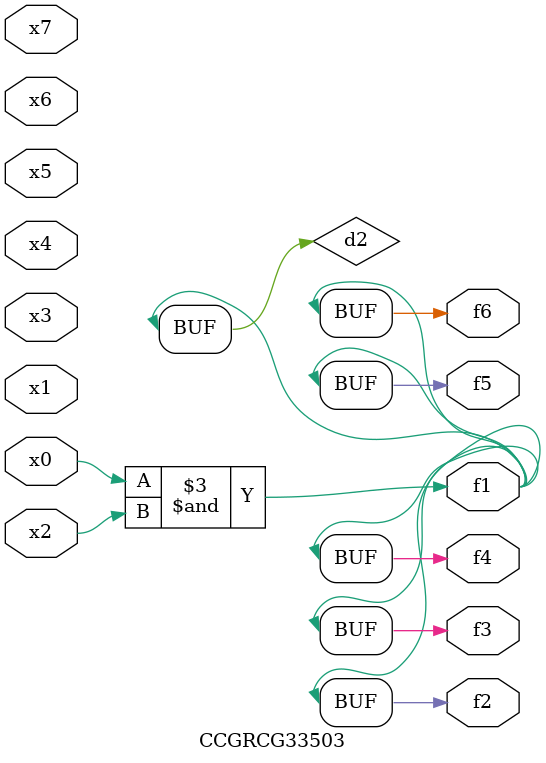
<source format=v>
module CCGRCG33503(
	input x0, x1, x2, x3, x4, x5, x6, x7,
	output f1, f2, f3, f4, f5, f6
);

	wire d1, d2;

	nor (d1, x3, x6);
	and (d2, x0, x2);
	assign f1 = d2;
	assign f2 = d2;
	assign f3 = d2;
	assign f4 = d2;
	assign f5 = d2;
	assign f6 = d2;
endmodule

</source>
